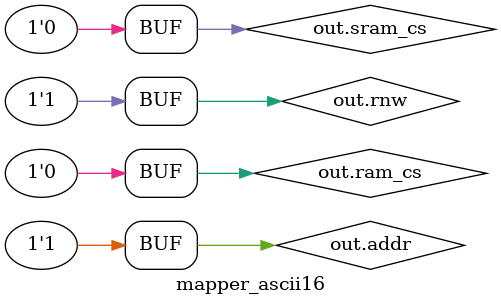
<source format=sv>
module mapper_ascii16 (
    cpu_bus cpu_bus,                   // Interface for CPU communication
    block_info block_info,             // Struct containing mapper configuration and parameters
    mapper_out out                     // Interface for mapper output
);
    assign out.sram_cs = '0;
    assign out.ram_cs  = '0;
    assign out.rnw     = '1;
    assign out.addr    = {27{1'b1}};

endmodule

</source>
